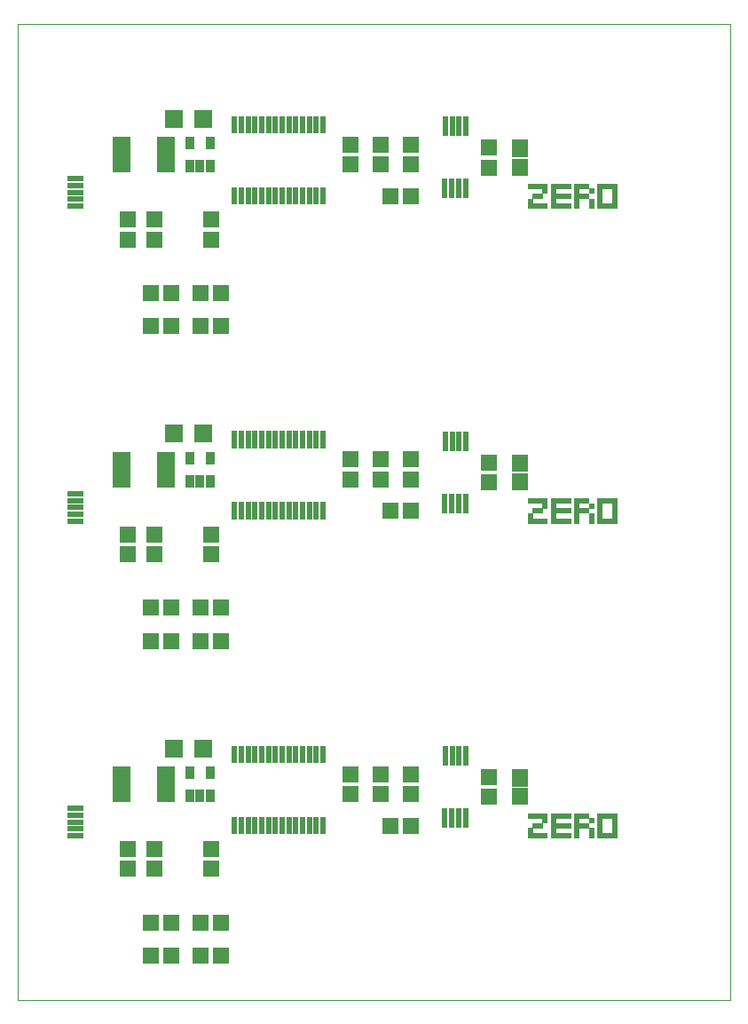
<source format=gbr>
%FSLAX34Y34*%
%MOMM*%
%LNSMDMASK_TOP*%
G71*
G01*
%ADD10C, 0.00*%
%ADD11R, 0.62X1.52*%
%ADD12R, 0.85X1.26*%
%ADD13R, 1.70X3.40*%
%ADD14R, 0.62X1.98*%
%ADD15R, 1.50X1.60*%
%ADD16R, 1.60X1.50*%
%ADD17R, 0.50X0.50*%
%ADD18R, 1.80X1.80*%
%ADD19R, 1.60X1.60*%
%ADD20R, 1.60X0.60*%
%LPD*%
G54D10*
X0Y1000000D02*
X680000Y1000000D01*
X680000Y70000D01*
X0Y70000D01*
X0Y1000000D01*
X291272Y835606D02*
G54D11*
D03*
X284772Y835606D02*
G54D11*
D03*
X278272Y835606D02*
G54D11*
D03*
X271772Y835606D02*
G54D11*
D03*
X265272Y835606D02*
G54D11*
D03*
X258772Y835606D02*
G54D11*
D03*
X252272Y835606D02*
G54D11*
D03*
X245772Y835606D02*
G54D11*
D03*
X239272Y835606D02*
G54D11*
D03*
X232772Y835606D02*
G54D11*
D03*
X226272Y835606D02*
G54D11*
D03*
X219772Y835606D02*
G54D11*
D03*
X213272Y835606D02*
G54D11*
D03*
X206772Y835606D02*
G54D11*
D03*
X291272Y904478D02*
G54D11*
D03*
X284772Y904478D02*
G54D11*
D03*
X278272Y904478D02*
G54D11*
D03*
X271772Y904478D02*
G54D11*
D03*
X265272Y904478D02*
G54D11*
D03*
X258772Y904478D02*
G54D11*
D03*
X252272Y904478D02*
G54D11*
D03*
X245772Y904478D02*
G54D11*
D03*
X239272Y904478D02*
G54D11*
D03*
X232772Y904478D02*
G54D11*
D03*
X226272Y904478D02*
G54D11*
D03*
X219772Y904478D02*
G54D11*
D03*
X213272Y904478D02*
G54D11*
D03*
X206772Y904478D02*
G54D11*
D03*
X291272Y903684D02*
G54D11*
D03*
X284772Y903684D02*
G54D11*
D03*
X278272Y903684D02*
G54D11*
D03*
X271772Y903684D02*
G54D11*
D03*
X265272Y903684D02*
G54D11*
D03*
X258772Y903684D02*
G54D11*
D03*
X252272Y903684D02*
G54D11*
D03*
X245772Y903684D02*
G54D11*
D03*
X239272Y903684D02*
G54D11*
D03*
X232772Y903684D02*
G54D11*
D03*
X226272Y903684D02*
G54D11*
D03*
X219772Y903684D02*
G54D11*
D03*
X213272Y903684D02*
G54D11*
D03*
X206772Y903684D02*
G54D11*
D03*
X291272Y836400D02*
G54D11*
D03*
X284772Y836400D02*
G54D11*
D03*
X278272Y836400D02*
G54D11*
D03*
X271772Y836400D02*
G54D11*
D03*
X265272Y836400D02*
G54D11*
D03*
X258772Y836400D02*
G54D11*
D03*
X252272Y836400D02*
G54D11*
D03*
X245772Y836400D02*
G54D11*
D03*
X239272Y836400D02*
G54D11*
D03*
X232772Y836400D02*
G54D11*
D03*
X226272Y836400D02*
G54D11*
D03*
X219772Y836400D02*
G54D11*
D03*
X213272Y836400D02*
G54D11*
D03*
X206772Y836400D02*
G54D11*
D03*
X291272Y836797D02*
G54D11*
D03*
X284772Y836797D02*
G54D11*
D03*
X278272Y836797D02*
G54D11*
D03*
X271772Y836797D02*
G54D11*
D03*
X265272Y836797D02*
G54D11*
D03*
X258772Y836797D02*
G54D11*
D03*
X252272Y836797D02*
G54D11*
D03*
X245772Y836797D02*
G54D11*
D03*
X239272Y836797D02*
G54D11*
D03*
X232772Y836797D02*
G54D11*
D03*
X226272Y836797D02*
G54D11*
D03*
X219772Y836797D02*
G54D11*
D03*
X213272Y836797D02*
G54D11*
D03*
X206772Y836797D02*
G54D11*
D03*
X291272Y903287D02*
G54D11*
D03*
X284772Y903288D02*
G54D11*
D03*
X278272Y903288D02*
G54D11*
D03*
X271772Y903288D02*
G54D11*
D03*
X265272Y903288D02*
G54D11*
D03*
X258772Y903288D02*
G54D11*
D03*
X252272Y903288D02*
G54D11*
D03*
X245772Y903287D02*
G54D11*
D03*
X239272Y903288D02*
G54D11*
D03*
X232772Y903288D02*
G54D11*
D03*
X226272Y903288D02*
G54D11*
D03*
X219772Y903288D02*
G54D11*
D03*
X213272Y903288D02*
G54D11*
D03*
X206772Y903288D02*
G54D11*
D03*
X164306Y886420D02*
G54D12*
D03*
X183356Y886420D02*
G54D12*
D03*
X164306Y864394D02*
G54D12*
D03*
X173831Y864394D02*
G54D12*
D03*
X183356Y864394D02*
G54D12*
D03*
X141288Y875506D02*
G54D13*
D03*
X99219Y875506D02*
G54D13*
D03*
X407988Y902494D02*
G54D14*
D03*
X414487Y902494D02*
G54D14*
D03*
X407591Y843147D02*
G54D14*
D03*
X414091Y843147D02*
G54D14*
D03*
X420591Y843147D02*
G54D14*
D03*
X427091Y843147D02*
G54D14*
D03*
X420988Y902494D02*
G54D14*
D03*
X427488Y902494D02*
G54D14*
D03*
X193675Y743744D02*
G54D15*
D03*
X174675Y743744D02*
G54D15*
D03*
X193675Y711994D02*
G54D15*
D03*
X174675Y711994D02*
G54D15*
D03*
X146050Y711994D02*
G54D15*
D03*
X127050Y711994D02*
G54D15*
D03*
X146050Y743744D02*
G54D15*
D03*
X127050Y743744D02*
G54D15*
D03*
X317475Y885006D02*
G54D16*
D03*
X317475Y866006D02*
G54D16*
D03*
X346050Y885006D02*
G54D16*
D03*
X346050Y866006D02*
G54D16*
D03*
X374625Y885006D02*
G54D16*
D03*
X374625Y866006D02*
G54D16*
D03*
X449238Y882229D02*
G54D16*
D03*
X449238Y863229D02*
G54D16*
D03*
X184175Y794569D02*
G54D16*
D03*
X184175Y813569D02*
G54D16*
D03*
X130200Y794569D02*
G54D16*
D03*
X130200Y813569D02*
G54D16*
D03*
X104800Y794569D02*
G54D16*
D03*
X104800Y813569D02*
G54D16*
D03*
X488950Y845344D02*
G54D17*
D03*
X498475Y845344D02*
G54D17*
D03*
X503238Y845344D02*
G54D17*
D03*
X503238Y840581D02*
G54D17*
D03*
X498475Y835819D02*
G54D17*
D03*
X488950Y831056D02*
G54D17*
D03*
X488950Y826294D02*
G54D17*
D03*
X498475Y826294D02*
G54D17*
D03*
X503238Y826294D02*
G54D17*
D03*
X511175Y826294D02*
G54D17*
D03*
X511175Y831056D02*
G54D17*
D03*
X511175Y835819D02*
G54D17*
D03*
X511175Y840581D02*
G54D17*
D03*
X511175Y845344D02*
G54D17*
D03*
X515938Y845344D02*
G54D17*
D03*
X520700Y845344D02*
G54D17*
D03*
X515938Y835819D02*
G54D17*
D03*
X520700Y835819D02*
G54D17*
D03*
X515938Y826294D02*
G54D17*
D03*
X520700Y826294D02*
G54D17*
D03*
X533400Y845344D02*
G54D17*
D03*
X533400Y840581D02*
G54D17*
D03*
X533400Y835819D02*
G54D17*
D03*
X533400Y831056D02*
G54D17*
D03*
X533400Y826294D02*
G54D17*
D03*
X538162Y845344D02*
G54D17*
D03*
X538162Y835819D02*
G54D17*
D03*
X547688Y840581D02*
G54D17*
D03*
X547688Y831056D02*
G54D17*
D03*
X547688Y826294D02*
G54D17*
D03*
X555625Y840581D02*
G54D17*
D03*
X555625Y835819D02*
G54D17*
D03*
X555625Y831056D02*
G54D17*
D03*
X560388Y826294D02*
G54D17*
D03*
X565150Y826294D02*
G54D17*
D03*
X569912Y831056D02*
G54D17*
D03*
X569912Y835819D02*
G54D17*
D03*
X569912Y840581D02*
G54D17*
D03*
X560388Y845344D02*
G54D17*
D03*
X565150Y845344D02*
G54D17*
D03*
X149225Y909638D02*
G54D18*
D03*
X177225Y909638D02*
G54D18*
D03*
X555625Y845344D02*
G54D17*
D03*
X569912Y845344D02*
G54D17*
D03*
X569912Y826294D02*
G54D17*
D03*
X555625Y826294D02*
G54D17*
D03*
X493712Y845344D02*
G54D17*
D03*
X493712Y835819D02*
G54D17*
D03*
X493712Y826294D02*
G54D17*
D03*
X525462Y845344D02*
G54D17*
D03*
X525462Y835819D02*
G54D17*
D03*
X525462Y826294D02*
G54D17*
D03*
X542925Y845344D02*
G54D17*
D03*
X542925Y835819D02*
G54D17*
D03*
X355600Y835819D02*
G54D15*
D03*
X374600Y835819D02*
G54D15*
D03*
X479401Y882229D02*
G54D16*
D03*
X479401Y863229D02*
G54D16*
D03*
X479425Y880666D02*
G54D19*
D03*
X479425Y863997D02*
G54D19*
D03*
X54777Y839390D02*
G54D20*
D03*
X54777Y832890D02*
G54D20*
D03*
X54777Y826390D02*
G54D20*
D03*
X54777Y845890D02*
G54D20*
D03*
X54777Y852390D02*
G54D20*
D03*
X291272Y535569D02*
G54D11*
D03*
X284772Y535569D02*
G54D11*
D03*
X278272Y535569D02*
G54D11*
D03*
X271772Y535569D02*
G54D11*
D03*
X265272Y535569D02*
G54D11*
D03*
X258772Y535569D02*
G54D11*
D03*
X252272Y535569D02*
G54D11*
D03*
X245772Y535569D02*
G54D11*
D03*
X239272Y535569D02*
G54D11*
D03*
X232772Y535569D02*
G54D11*
D03*
X226272Y535569D02*
G54D11*
D03*
X219772Y535569D02*
G54D11*
D03*
X213272Y535569D02*
G54D11*
D03*
X206772Y535569D02*
G54D11*
D03*
X291272Y604441D02*
G54D11*
D03*
X284772Y604441D02*
G54D11*
D03*
X278272Y604440D02*
G54D11*
D03*
X271772Y604440D02*
G54D11*
D03*
X265272Y604440D02*
G54D11*
D03*
X258772Y604440D02*
G54D11*
D03*
X252272Y604440D02*
G54D11*
D03*
X245772Y604440D02*
G54D11*
D03*
X239272Y604440D02*
G54D11*
D03*
X232772Y604440D02*
G54D11*
D03*
X226272Y604440D02*
G54D11*
D03*
X219772Y604440D02*
G54D11*
D03*
X213272Y604440D02*
G54D11*
D03*
X206772Y604440D02*
G54D11*
D03*
X291272Y603647D02*
G54D11*
D03*
X284772Y603647D02*
G54D11*
D03*
X278272Y603647D02*
G54D11*
D03*
X271772Y603647D02*
G54D11*
D03*
X265272Y603647D02*
G54D11*
D03*
X258772Y603647D02*
G54D11*
D03*
X252272Y603647D02*
G54D11*
D03*
X245772Y603647D02*
G54D11*
D03*
X239272Y603647D02*
G54D11*
D03*
X232772Y603647D02*
G54D11*
D03*
X226272Y603647D02*
G54D11*
D03*
X219772Y603647D02*
G54D11*
D03*
X213272Y603647D02*
G54D11*
D03*
X206772Y603647D02*
G54D11*
D03*
X291272Y536362D02*
G54D11*
D03*
X284772Y536362D02*
G54D11*
D03*
X278272Y536362D02*
G54D11*
D03*
X271772Y536362D02*
G54D11*
D03*
X265272Y536362D02*
G54D11*
D03*
X258772Y536363D02*
G54D11*
D03*
X252272Y536363D02*
G54D11*
D03*
X245772Y536362D02*
G54D11*
D03*
X239272Y536362D02*
G54D11*
D03*
X232772Y536362D02*
G54D11*
D03*
X226272Y536362D02*
G54D11*
D03*
X219772Y536362D02*
G54D11*
D03*
X213272Y536362D02*
G54D11*
D03*
X206772Y536362D02*
G54D11*
D03*
X291272Y536759D02*
G54D11*
D03*
X284772Y536759D02*
G54D11*
D03*
X278272Y536759D02*
G54D11*
D03*
X271772Y536759D02*
G54D11*
D03*
X265272Y536759D02*
G54D11*
D03*
X258772Y536759D02*
G54D11*
D03*
X252272Y536759D02*
G54D11*
D03*
X245772Y536759D02*
G54D11*
D03*
X239272Y536759D02*
G54D11*
D03*
X232772Y536759D02*
G54D11*
D03*
X226272Y536759D02*
G54D11*
D03*
X219772Y536759D02*
G54D11*
D03*
X213272Y536759D02*
G54D11*
D03*
X206772Y536759D02*
G54D11*
D03*
X291272Y603250D02*
G54D11*
D03*
X284772Y603250D02*
G54D11*
D03*
X278272Y603250D02*
G54D11*
D03*
X271772Y603250D02*
G54D11*
D03*
X265272Y603250D02*
G54D11*
D03*
X258772Y603250D02*
G54D11*
D03*
X252272Y603250D02*
G54D11*
D03*
X245772Y603250D02*
G54D11*
D03*
X239272Y603250D02*
G54D11*
D03*
X232772Y603250D02*
G54D11*
D03*
X226272Y603250D02*
G54D11*
D03*
X219772Y603250D02*
G54D11*
D03*
X213272Y603250D02*
G54D11*
D03*
X206772Y603250D02*
G54D11*
D03*
X164306Y586383D02*
G54D12*
D03*
X183356Y586383D02*
G54D12*
D03*
X164306Y564356D02*
G54D12*
D03*
X173831Y564356D02*
G54D12*
D03*
X183356Y564356D02*
G54D12*
D03*
X141288Y575469D02*
G54D13*
D03*
X99219Y575469D02*
G54D13*
D03*
X407988Y602456D02*
G54D14*
D03*
X414487Y602456D02*
G54D14*
D03*
X407591Y543109D02*
G54D14*
D03*
X414091Y543109D02*
G54D14*
D03*
X420591Y543109D02*
G54D14*
D03*
X427091Y543109D02*
G54D14*
D03*
X420988Y602456D02*
G54D14*
D03*
X427488Y602456D02*
G54D14*
D03*
X193675Y443706D02*
G54D15*
D03*
X174675Y443706D02*
G54D15*
D03*
X193675Y411956D02*
G54D15*
D03*
X174675Y411956D02*
G54D15*
D03*
X146050Y411956D02*
G54D15*
D03*
X127050Y411956D02*
G54D15*
D03*
X146050Y443706D02*
G54D15*
D03*
X127050Y443706D02*
G54D15*
D03*
X317475Y584969D02*
G54D16*
D03*
X317475Y565969D02*
G54D16*
D03*
X346050Y584969D02*
G54D16*
D03*
X346050Y565969D02*
G54D16*
D03*
X374625Y584969D02*
G54D16*
D03*
X374625Y565969D02*
G54D16*
D03*
X449238Y582192D02*
G54D16*
D03*
X449238Y563192D02*
G54D16*
D03*
X184175Y494531D02*
G54D16*
D03*
X184175Y513531D02*
G54D16*
D03*
X130200Y494531D02*
G54D16*
D03*
X130200Y513531D02*
G54D16*
D03*
X104800Y494531D02*
G54D16*
D03*
X104800Y513531D02*
G54D16*
D03*
X488950Y545306D02*
G54D17*
D03*
X498475Y545306D02*
G54D17*
D03*
X503238Y545306D02*
G54D17*
D03*
X503238Y540544D02*
G54D17*
D03*
X498475Y535781D02*
G54D17*
D03*
X488950Y531019D02*
G54D17*
D03*
X488950Y526256D02*
G54D17*
D03*
X498475Y526256D02*
G54D17*
D03*
X503238Y526256D02*
G54D17*
D03*
X511175Y526256D02*
G54D17*
D03*
X511175Y531019D02*
G54D17*
D03*
X511175Y535781D02*
G54D17*
D03*
X511175Y540544D02*
G54D17*
D03*
X511175Y545306D02*
G54D17*
D03*
X515938Y545306D02*
G54D17*
D03*
X520700Y545306D02*
G54D17*
D03*
X515938Y535781D02*
G54D17*
D03*
X520700Y535781D02*
G54D17*
D03*
X515938Y526256D02*
G54D17*
D03*
X520700Y526256D02*
G54D17*
D03*
X533400Y545306D02*
G54D17*
D03*
X533400Y540544D02*
G54D17*
D03*
X533400Y535781D02*
G54D17*
D03*
X533400Y531019D02*
G54D17*
D03*
X533400Y526256D02*
G54D17*
D03*
X538162Y545306D02*
G54D17*
D03*
X538162Y535781D02*
G54D17*
D03*
X547688Y540544D02*
G54D17*
D03*
X547688Y531019D02*
G54D17*
D03*
X547688Y526256D02*
G54D17*
D03*
X555625Y540544D02*
G54D17*
D03*
X555625Y535781D02*
G54D17*
D03*
X555625Y531019D02*
G54D17*
D03*
X560388Y526256D02*
G54D17*
D03*
X565150Y526256D02*
G54D17*
D03*
X569912Y531019D02*
G54D17*
D03*
X569912Y535781D02*
G54D17*
D03*
X569912Y540544D02*
G54D17*
D03*
X560388Y545306D02*
G54D17*
D03*
X565150Y545306D02*
G54D17*
D03*
X149225Y609600D02*
G54D18*
D03*
X177225Y609600D02*
G54D18*
D03*
X555625Y545306D02*
G54D17*
D03*
X569912Y545306D02*
G54D17*
D03*
X569912Y526256D02*
G54D17*
D03*
X555625Y526256D02*
G54D17*
D03*
X493712Y545306D02*
G54D17*
D03*
X493712Y535781D02*
G54D17*
D03*
X493712Y526256D02*
G54D17*
D03*
X525462Y545306D02*
G54D17*
D03*
X525462Y535781D02*
G54D17*
D03*
X525462Y526256D02*
G54D17*
D03*
X542925Y545306D02*
G54D17*
D03*
X542925Y535781D02*
G54D17*
D03*
X355600Y535781D02*
G54D15*
D03*
X374600Y535781D02*
G54D15*
D03*
X479401Y582192D02*
G54D16*
D03*
X479401Y563192D02*
G54D16*
D03*
X479425Y580628D02*
G54D19*
D03*
X479425Y563959D02*
G54D19*
D03*
X54777Y539353D02*
G54D20*
D03*
X54777Y532853D02*
G54D20*
D03*
X54777Y526353D02*
G54D20*
D03*
X54777Y545853D02*
G54D20*
D03*
X54777Y552353D02*
G54D20*
D03*
X291272Y235531D02*
G54D11*
D03*
X284772Y235531D02*
G54D11*
D03*
X278272Y235531D02*
G54D11*
D03*
X271772Y235531D02*
G54D11*
D03*
X265272Y235531D02*
G54D11*
D03*
X258772Y235531D02*
G54D11*
D03*
X252272Y235531D02*
G54D11*
D03*
X245772Y235531D02*
G54D11*
D03*
X239272Y235531D02*
G54D11*
D03*
X232772Y235531D02*
G54D11*
D03*
X226272Y235531D02*
G54D11*
D03*
X219772Y235531D02*
G54D11*
D03*
X213272Y235531D02*
G54D11*
D03*
X206772Y235531D02*
G54D11*
D03*
X291272Y304403D02*
G54D11*
D03*
X284772Y304403D02*
G54D11*
D03*
X278272Y304403D02*
G54D11*
D03*
X271772Y304403D02*
G54D11*
D03*
X265272Y304403D02*
G54D11*
D03*
X258772Y304403D02*
G54D11*
D03*
X252272Y304403D02*
G54D11*
D03*
X245772Y304403D02*
G54D11*
D03*
X239272Y304403D02*
G54D11*
D03*
X232772Y304403D02*
G54D11*
D03*
X226272Y304403D02*
G54D11*
D03*
X219772Y304403D02*
G54D11*
D03*
X213272Y304403D02*
G54D11*
D03*
X206772Y304403D02*
G54D11*
D03*
X291272Y303609D02*
G54D11*
D03*
X284772Y303609D02*
G54D11*
D03*
X278272Y303609D02*
G54D11*
D03*
X271772Y303609D02*
G54D11*
D03*
X265272Y303609D02*
G54D11*
D03*
X258772Y303609D02*
G54D11*
D03*
X252272Y303609D02*
G54D11*
D03*
X245772Y303609D02*
G54D11*
D03*
X239272Y303609D02*
G54D11*
D03*
X232772Y303609D02*
G54D11*
D03*
X226272Y303609D02*
G54D11*
D03*
X219772Y303609D02*
G54D11*
D03*
X213272Y303609D02*
G54D11*
D03*
X206772Y303609D02*
G54D11*
D03*
X291272Y236325D02*
G54D11*
D03*
X284772Y236325D02*
G54D11*
D03*
X278272Y236325D02*
G54D11*
D03*
X271772Y236325D02*
G54D11*
D03*
X265272Y236325D02*
G54D11*
D03*
X258772Y236325D02*
G54D11*
D03*
X252272Y236325D02*
G54D11*
D03*
X245772Y236325D02*
G54D11*
D03*
X239272Y236325D02*
G54D11*
D03*
X232772Y236325D02*
G54D11*
D03*
X226272Y236325D02*
G54D11*
D03*
X219772Y236325D02*
G54D11*
D03*
X213272Y236325D02*
G54D11*
D03*
X206772Y236325D02*
G54D11*
D03*
X291272Y236722D02*
G54D11*
D03*
X284772Y236722D02*
G54D11*
D03*
X278272Y236722D02*
G54D11*
D03*
X271772Y236722D02*
G54D11*
D03*
X265272Y236722D02*
G54D11*
D03*
X258772Y236722D02*
G54D11*
D03*
X252272Y236722D02*
G54D11*
D03*
X245772Y236722D02*
G54D11*
D03*
X239272Y236722D02*
G54D11*
D03*
X232772Y236722D02*
G54D11*
D03*
X226272Y236722D02*
G54D11*
D03*
X219772Y236722D02*
G54D11*
D03*
X213272Y236722D02*
G54D11*
D03*
X206772Y236722D02*
G54D11*
D03*
X291272Y303212D02*
G54D11*
D03*
X284772Y303212D02*
G54D11*
D03*
X278272Y303212D02*
G54D11*
D03*
X271772Y303212D02*
G54D11*
D03*
X265272Y303212D02*
G54D11*
D03*
X258772Y303213D02*
G54D11*
D03*
X252272Y303212D02*
G54D11*
D03*
X245772Y303212D02*
G54D11*
D03*
X239272Y303212D02*
G54D11*
D03*
X232772Y303212D02*
G54D11*
D03*
X226272Y303212D02*
G54D11*
D03*
X219772Y303212D02*
G54D11*
D03*
X213272Y303212D02*
G54D11*
D03*
X206772Y303212D02*
G54D11*
D03*
X164306Y286345D02*
G54D12*
D03*
X183356Y286345D02*
G54D12*
D03*
X164306Y264319D02*
G54D12*
D03*
X173831Y264319D02*
G54D12*
D03*
X183356Y264319D02*
G54D12*
D03*
X141288Y275431D02*
G54D13*
D03*
X99219Y275431D02*
G54D13*
D03*
X407988Y302419D02*
G54D14*
D03*
X414487Y302419D02*
G54D14*
D03*
X407591Y243072D02*
G54D14*
D03*
X414091Y243072D02*
G54D14*
D03*
X420591Y243072D02*
G54D14*
D03*
X427091Y243072D02*
G54D14*
D03*
X420988Y302419D02*
G54D14*
D03*
X427488Y302419D02*
G54D14*
D03*
X193675Y143669D02*
G54D15*
D03*
X174675Y143669D02*
G54D15*
D03*
X193675Y111919D02*
G54D15*
D03*
X174675Y111919D02*
G54D15*
D03*
X146050Y111919D02*
G54D15*
D03*
X127050Y111919D02*
G54D15*
D03*
X146050Y143669D02*
G54D15*
D03*
X127050Y143669D02*
G54D15*
D03*
X317475Y284931D02*
G54D16*
D03*
X317475Y265931D02*
G54D16*
D03*
X346050Y284931D02*
G54D16*
D03*
X346050Y265931D02*
G54D16*
D03*
X374625Y284931D02*
G54D16*
D03*
X374625Y265931D02*
G54D16*
D03*
X449238Y282154D02*
G54D16*
D03*
X449238Y263154D02*
G54D16*
D03*
X184175Y194494D02*
G54D16*
D03*
X184175Y213494D02*
G54D16*
D03*
X130200Y194494D02*
G54D16*
D03*
X130200Y213494D02*
G54D16*
D03*
X104800Y194494D02*
G54D16*
D03*
X104800Y213494D02*
G54D16*
D03*
X488950Y245269D02*
G54D17*
D03*
X498475Y245269D02*
G54D17*
D03*
X503238Y245269D02*
G54D17*
D03*
X503238Y240506D02*
G54D17*
D03*
X498475Y235744D02*
G54D17*
D03*
X488950Y230981D02*
G54D17*
D03*
X488950Y226219D02*
G54D17*
D03*
X498475Y226219D02*
G54D17*
D03*
X503238Y226219D02*
G54D17*
D03*
X511175Y226219D02*
G54D17*
D03*
X511175Y230981D02*
G54D17*
D03*
X511175Y235744D02*
G54D17*
D03*
X511175Y240506D02*
G54D17*
D03*
X511175Y245269D02*
G54D17*
D03*
X515938Y245269D02*
G54D17*
D03*
X520700Y245269D02*
G54D17*
D03*
X515938Y235744D02*
G54D17*
D03*
X520700Y235744D02*
G54D17*
D03*
X515938Y226219D02*
G54D17*
D03*
X520700Y226219D02*
G54D17*
D03*
X533400Y245269D02*
G54D17*
D03*
X533400Y240506D02*
G54D17*
D03*
X533400Y235744D02*
G54D17*
D03*
X533400Y230981D02*
G54D17*
D03*
X533400Y226219D02*
G54D17*
D03*
X538162Y245269D02*
G54D17*
D03*
X538162Y235744D02*
G54D17*
D03*
X547688Y240506D02*
G54D17*
D03*
X547688Y230981D02*
G54D17*
D03*
X547688Y226219D02*
G54D17*
D03*
X555625Y240506D02*
G54D17*
D03*
X555625Y235744D02*
G54D17*
D03*
X555625Y230981D02*
G54D17*
D03*
X560388Y226219D02*
G54D17*
D03*
X565150Y226219D02*
G54D17*
D03*
X569912Y230981D02*
G54D17*
D03*
X569912Y235744D02*
G54D17*
D03*
X569912Y240506D02*
G54D17*
D03*
X560388Y245269D02*
G54D17*
D03*
X565150Y245269D02*
G54D17*
D03*
X149225Y309562D02*
G54D18*
D03*
X177225Y309562D02*
G54D18*
D03*
X555625Y245269D02*
G54D17*
D03*
X569912Y245269D02*
G54D17*
D03*
X569912Y226219D02*
G54D17*
D03*
X555625Y226219D02*
G54D17*
D03*
X493712Y245269D02*
G54D17*
D03*
X493712Y235744D02*
G54D17*
D03*
X493712Y226219D02*
G54D17*
D03*
X525462Y245269D02*
G54D17*
D03*
X525462Y235744D02*
G54D17*
D03*
X525462Y226219D02*
G54D17*
D03*
X542925Y245269D02*
G54D17*
D03*
X542925Y235744D02*
G54D17*
D03*
X355600Y235744D02*
G54D15*
D03*
X374600Y235744D02*
G54D15*
D03*
X479401Y282154D02*
G54D16*
D03*
X479401Y263154D02*
G54D16*
D03*
X479425Y280591D02*
G54D19*
D03*
X479425Y263922D02*
G54D19*
D03*
X54777Y239315D02*
G54D20*
D03*
X54777Y232815D02*
G54D20*
D03*
X54777Y226315D02*
G54D20*
D03*
X54777Y245815D02*
G54D20*
D03*
X54777Y252315D02*
G54D20*
D03*
M02*

</source>
